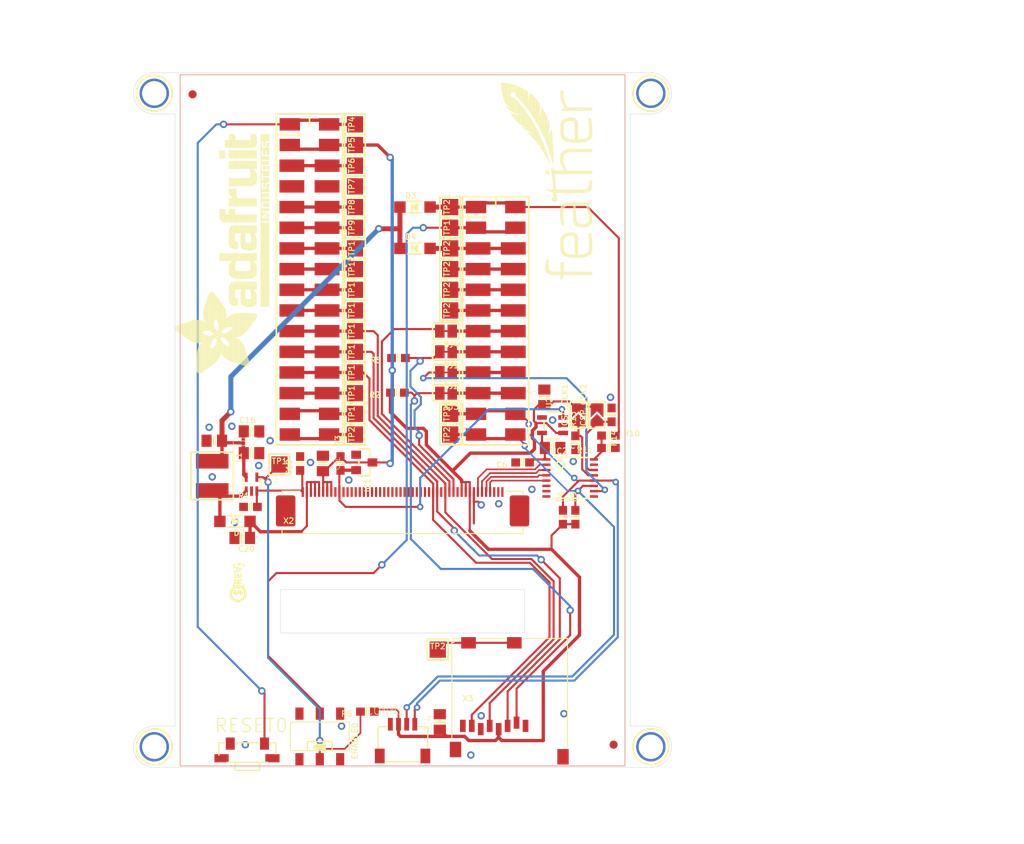
<source format=kicad_pcb>
(kicad_pcb (version 20240108) (generator "pcbnew") (generator_version "8.0")
  (layers (0 "F.Cu" signal) (1 "In1.Cu" signal) (2 "In2.Cu" signal) (3 "In3.Cu" signal) (4 "In4.Cu" signal) (5 "In5.Cu" signal) (6 "In6.Cu" signal) (7 "In7.Cu" signal) (8 "In8.Cu" signal) (9 "In9.Cu" signal) (10 "In10.Cu" signal) (11 "In11.Cu" signal) (12 "In12.Cu" signal) (13 "In13.Cu" signal) (14 "In14.Cu" signal) (31 "B.Cu" signal) (34 "B.Paste" user) (35 "F.Paste" user) (36 "B.SilkS" user "B.Silkscreen") (37 "F.SilkS" user "F.Silkscreen") (38 "B.Mask" user) (39 "F.Mask" user) (44 "Edge.Cuts" user))
  (net 0 "")
  (net 1 "GND")
  (net 2 "SCLK")
  (net 3 "+5V")
  (net 4 "MOSI")
  (net 5 "MISO")
  (net 6 "SD_CS")
  (net 7 "LEDK")
  (net 8 "N$3")
  (net 9 "+24V")
  (net 10 "3.3V")
  (net 11 "~{TFT_RST}")
  (net 12 "LCD_LITE")
  (net 13 "XL")
  (net 14 "XR")
  (net 15 "YU")
  (net 16 "YD")
  (net 17 "TFT_CS")
  (net 18 "TFT_DC")
  (net 19 "~{RESET}")
  (net 20 "VBAT")
  (net 21 "EN")
  (net 22 "USB")
  (net 23 "N")
  (net 24 "M")
  (net 25 "L")
  (net 26 "H")
  (net 27 "SCL")
  (net 28 "SDA")
  (net 29 "G")
  (net 30 "TX")
  (net 31 "RX")
  (net 32 "F")
  (net 33 "E")
  (net 34 "D")
  (net 35 "C")
  (net 36 "B")
  (net 37 "A")
  (net 38 "AREF")
  (net 39 "K")
  (net 40 "J")
  (net 41 "I")
  (net 42 "CARDDET")
  (net 43 "RT_INT")
  (net 44 "ADDR1")
  (net 45 "ADDR0")
  (net 46 "TSC_PWR")
  (net 47 "AUX")
  (footprint "Adafruit 3.5in 480x320 FeatherWing Rev B:PLABEL10" (layer "F.Cu") (at 172.8851 102.2096 90)
    (property "Reference" "PLABEL10" (hide yes))
    (property "Value" "" (hide yes))
  )
  (footprint "Adafruit 3.5in 480x320 FeatherWing Rev B:PLABEL6" (layer "F.Cu") (at 151.9301 96.6216)
    (property "Reference" "PLABEL6" (hide yes))
    (property "Value" "" (hide yes))
  )
  (footprint "Adafruit 3.5in 480x320 FeatherWing Rev B:PLABEL7" (layer "F.Cu") (at 151.9301 99.0346)
    (property "Reference" "PLABEL7" (hide yes))
    (property "Value" "" (hide yes))
  )
  (footprint "Adafruit 3.5in 480x320 FeatherWing Rev B:PLABEL4" (layer "F.Cu") (at 132.7531 113.1316)
    (property "Reference" "PLABEL4" (hide yes))
    (property "Value" "" (hide yes))
  )
  (footprint "Adafruit 3.5in 480x320 FeatherWing Rev B:TESTPOINT_PAD_2MM" (layer "F.Cu") (at 142.6591 94.0816 90)
    (property "Reference" "TP15")
    (property "Value" "")
  )
  (footprint "Adafruit 3.5in 480x320 FeatherWing Rev B:0805-NO" (layer "F.Cu") (at 129.9591 106.4006)
    (property "Reference" "C16")
    (property "Value" "1uF")
  )
  (footprint "Adafruit 3.5in 480x320 FeatherWing Rev B:TESTPOINT_PAD_2MM" (layer "F.Cu") (at 133.3881 110.4646)
    (property "Reference" "TP1")
    (property "Value" "")
  )
  (footprint "Adafruit 3.5in 480x320 FeatherWing Rev B:TESTPOINT_PAD_2MM" (layer "F.Cu") (at 142.6591 96.6216 90)
    (property "Reference" "TP16")
    (property "Value" "")
  )
  (footprint "Adafruit 3.5in 480x320 FeatherWing Rev B:0805-NO" (layer "F.Cu") (at 138.7221 110.3376 90)
    (property "Reference" "C1")
    (property "Value" "1uF")
  )
  (footprint "Adafruit 3.5in 480x320 FeatherWing Rev B:TESTPOINT_PAD_2MM" (layer "F.Cu") (at 154.3431 106.7816 90)
    (property "Reference" "TP27")
    (property "Value" "")
  )
  (footprint "Adafruit 3.5in 480x320 FeatherWing Rev B:0805-NO" (layer "F.Cu") (at 125.3871 107.5436 180)
    (property "Reference" "C5")
    (property "Value" "10uF")
  )
  (footprint "Adafruit 3.5in 480x320 FeatherWing Rev B:SOD-123" (layer "F.Cu") (at 127.9271 117.4496 180)
    (property "Reference" "D2")
    (property "Value" "MBR0540")
  )
  (footprint "Adafruit 3.5in 480x320 FeatherWing Rev B:TESTPOINT_PAD_2MM" (layer "F.Cu") (at 142.6591 68.6816 90)
    (property "Reference" "TP4")
    (property "Value" "")
  )
  (footprint "Adafruit 3.5in 480x320 FeatherWing Rev B:PLABEL8" (layer "F.Cu") (at 151.9301 101.7016)
    (property "Reference" "PLABEL8" (hide yes))
    (property "Value" "" (hide yes))
  )
  (footprint "Adafruit 3.5in 480x320 FeatherWing Rev B:SOLDERJUMPER_ARROW_NOPASTE" (layer "F.Cu") (at 170.0911 104.3686 90)
    (property "Reference" "ICSP_CLK1")
    (property "Value" "A1")
  )
  (footprint "Adafruit 3.5in 480x320 FeatherWing Rev B:TESTPOINT_PAD_2MM" (layer "F.Cu") (at 154.3431 86.4616 90)
    (property "Reference" "TP23")
    (property "Value" "")
  )
  (footprint "Adafruit 3.5in 480x320 FeatherWing Rev B:TESTPOINT_PAD_2MM" (layer "F.Cu") (at 142.6591 83.9216 90)
    (property "Reference" "TP11")
    (property "Value" "")
  )
  (footprint "Adafruit 3.5in 480x320 FeatherWing Rev B:0603-NO" (layer "F.Cu") (at 173.7741 108.4326 180)
    (property "Reference" "R11")
    (property "Value" "100K")
  )
  (footprint "Adafruit 3.5in 480x320 FeatherWing Rev B:0805-NO" (layer "F.Cu") (at 128.8161 119.4816 180)
    (property "Reference" "C20")
    (property "Value" "1uF")
  )
  (footprint "Adafruit 3.5in 480x320 FeatherWing Rev B:TESTPOINT_PAD_2MM" (layer "F.Cu") (at 154.3431 104.2416 90)
    (property "Reference" "TP26")
    (property "Value" "")
  )
  (footprint "Adafruit 3.5in 480x320 FeatherWing Rev B:TESTPOINT_PAD_2MM" (layer "F.Cu") (at 142.6591 73.7616 90)
    (property "Reference" "TP6")
    (property "Value" "")
  )
  (footprint "Adafruit 3.5in 480x320 FeatherWing Rev B:TESTPOINT_PAD_2MM" (layer "F.Cu") (at 154.3431 91.5416 90)
    (property "Reference" "TP25")
    (property "Value" "")
  )
  (footprint "Adafruit 3.5in 480x320 FeatherWing Rev B:FEATHERWING_SMT2" (layer "F.Cu") (at 137.0711 62.3316 -90)
    (property "Reference" "MS2" (hide yes))
    (property "Value" "FEATHERWING_SMTDUAL" (hide yes))
  )
  (footprint "Adafruit 3.5in 480x320 FeatherWing Rev B:FIDUCIAL_1MM" (layer "F.Cu") (at 122.7201 64.9986)
    (property "Reference" "U$23" (hide yes))
    (property "Value" "FIDUCIAL_1MM" (hide yes))
  )
  (footprint "Adafruit 3.5in 480x320 FeatherWing Rev B:PLABEL3" (layer "F.Cu") (at 135.2931 139.8016)
    (property "Reference" "PLABEL3" (hide yes))
    (property "Value" "" (hide yes))
  )
  (footprint "Adafruit 3.5in 480x320 FeatherWing Rev B:FEATHERLOGO" (layer "F.Cu") (at 171.8691 87.8586 90)
    (property "Reference" "U$11" (hide yes))
    (property "Value" "" (hide yes))
  )
  (footprint "Adafruit 3.5in 480x320 FeatherWing Rev B:TESTPOINT_PAD_2MM" (layer "F.Cu") (at 142.6591 104.2416 90)
    (property "Reference" "TP19")
    (property "Value" "")
  )
  (footprint "Adafruit 3.5in 480x320 FeatherWing Rev B:PLABEL11" (layer "F.Cu") (at 170.5991 102.2096 90)
    (property "Reference" "PLABEL11" (hide yes))
    (property "Value" "" (hide yes))
  )
  (footprint "Adafruit 3.5in 480x320 FeatherWing Rev B:TESTPOINT_PAD_2MM" (layer "F.Cu") (at 142.6591 89.0016 90)
    (property "Reference" "TP13")
    (property "Value" "")
  )
  (footprint "Adafruit 3.5in 480x320 FeatherWing Rev B:0603-NO" (layer "F.Cu") (at 169.7101 116.9416 90)
    (property "Reference" "R9")
    (property "Value" "10K")
  )
  (footprint "Adafruit 3.5in 480x320 FeatherWing Rev B:0805-NO" (layer "F.Cu") (at 166.9161 108.4326)
    (property "Reference" "C7")
    (property "Value" "10uF")
  )
  (footprint "Adafruit 3.5in 480x320 FeatherWing Rev B:TESTPOINT_PAD_2MM" (layer "F.Cu") (at 142.6591 86.4616 90)
    (property "Reference" "TP12")
    (property "Value" "")
  )
  (footprint "Adafruit 3.5in 480x320 FeatherWing Rev B:TESTPOINT_PAD_2MM" (layer "F.Cu") (at 142.6591 106.7816 90)
    (property "Reference" "TP20")
    (property "Value" "")
  )
  (footprint "Adafruit 3.5in 480x320 FeatherWing Rev B:PLABEL2" (layer "F.Cu") (at 126.7841 143.7386)
    (property "Reference" "PLABEL2" (hide yes))
    (property "Value" "" (hide yes))
  )
  (footprint "Adafruit 3.5in 480x320 FeatherWing Rev B:EG1390" (layer "F.Cu") (at 138.3411 143.8656 180)
    (property "Reference" "ENABLE0")
    (property "Value" "Slide Switch")
  )
  (footprint "Adafruit 3.5in 480x320 FeatherWing Rev B:TSSOP16" (layer "F.Cu") (at 169.0751 112.1156 -90)
    (property "Reference" "IC2")
    (property "Value" "TSC2007PW")
  )
  (footprint "Adafruit 3.5in 480x320 FeatherWing Rev B:MOUNTINGHOLE_3.0_PLATEDTHIN" (layer "F.Cu") (at 118.0211 145.1356)
    (property "Reference" "U$7" (hide yes))
    (property "Value" "MOUNTINGHOLE3.0THIN" (hide yes))
  )
  (footprint "Adafruit 3.5in 480x320 FeatherWing Rev B:0603-NO" (layer "F.Cu") (at 140.8811 110.3376 90)
    (property "Reference" "R3")
    (property "Value" "10K")
  )
  (footprint "Adafruit 3.5in 480x320 FeatherWing Rev B:SOLDERJUMPER_CLOSEDWIRE" (layer "F.Cu") (at 153.8351 101.7016 180)
    (property "Reference" "SJ3")
    (property "Value" "")
  )
  (footprint "Adafruit 3.5in 480x320 FeatherWing Rev B:TESTPOINT_PAD_2MM" (layer "F.Cu") (at 154.3431 78.8416 90)
    (property "Reference" "TP21")
    (property "Value" "")
  )
  (footprint "Adafruit 3.5in 480x320 FeatherWing Rev B:ADAFRUIT_TEXT_30MM" (layer "F.Cu") (at 132.1181 99.5426 90)
    (property "Reference" "U$19" (hide yes))
    (property "Value" "" (hide yes))
  )
  (footprint "Adafruit 3.5in 480x320 FeatherWing Rev B:SOD-123" (layer "F.Cu") (at 150.0251 78.8416)
    (property "Reference" "D3")
    (property "Value" "MBR0540")
  )
  (footprint "Adafruit 3.5in 480x320 FeatherWing Rev B:0603-NO" (layer "F.Cu") (at 135.9281 110.3376 90)
    (property "Reference" "C18")
    (property "Value" "0.1uF")
  )
  (footprint "Adafruit 3.5in 480x320 FeatherWing Rev B:INDUCTOR_5X5MM_NR5040_NOTHERMALS" (layer "F.Cu") (at 125.1331 111.8616 -90)
    (property "Reference" "L1")
    (property "Value" "6.8uH")
  )
  (footprint "Adafruit 3.5in 480x320 FeatherWing Rev B:0603-NO" (layer "F.Cu") (at 144.1831 140.8176 180)
    (property "Reference" "R6")
    (property "Value" "100K")
  )
  (footprint "Adafruit 3.5in 480x320 FeatherWing Rev B:0603-NO" (layer "F.Cu") (at 168.1861 116.9416 90)
    (property "Reference" "R4")
    (property "Value" "10K")
  )
  (footprint "Adafruit 3.5in 480x320 FeatherWing Rev B:TESTPOINT_PAD_2MM" (layer "F.Cu") (at 152.8191 133.1976)
    (property "Reference" "TP2")
    (property "Value" "")
  )
  (footprint "Adafruit 3.5in 480x320 FeatherWing Rev B:0603-NO" (layer "F.Cu") (at 147.8661 101.6381 180)
    (property "Reference" "R2")
    (property "Value" "100K")
  )
  (footprint "Adafruit 3.5in 480x320 FeatherWing Rev B:TESTPOINT_PAD_2MM" (layer "F.Cu") (at 142.6591 71.2216 90)
    (property "Reference" "TP5")
    (property "Value" "")
  )
  (footprint "Adafruit 3.5in 480x320 FeatherWing Rev B:PLABEL14" (layer "F.Cu") (at 171.1071 146.9136 90)
    (property "Reference" "PLABEL14" (hide yes))
    (property "Value" "" (hide yes))
  )
  (footprint "Adafruit 3.5in 480x320 FeatherWing Rev B:SOD-123" (layer "F.Cu") (at 150.0251 83.9216)
    (property "Reference" "D4")
    (property "Value" "MBR0540")
  )
  (footprint "Adafruit 3.5in 480x320 FeatherWing Rev B:0603-NO" (layer "F.Cu") (at 147.9931 97.3836 180)
    (property "Reference" "R5")
    (property "Value" "100K")
  )
  (footprint "Adafruit 3.5in 480x320 FeatherWing Rev B:MOUNTINGHOLE_3.0_PLATEDTHIN" (layer "F.Cu") (at 118.0211 64.8716)
    (property "Reference" "U$16" (hide yes))
    (property "Value" "MOUNTINGHOLE3.0THIN" (hide yes))
  )
  (footprint "Adafruit 3.5in 480x320 FeatherWing Rev B:TESTPOINT_PAD_2MM" (layer "F.Cu") (at 142.6591 78.8416 90)
    (property "Reference" "TP8")
    (property "Value" "")
  )
  (footprint "Adafruit 3.5in 480x320 FeatherWing Rev B:0805-NO" (layer "F.Cu") (at 129.9591 109.0676)
    (property "Reference" "C2")
    (property "Value" "10uF")
  )
  (footprint "Adafruit 3.5in 480x320 FeatherWing Rev B:PLABEL5" (layer "F.Cu") (at 151.9301 94.0816)
    (property "Reference" "PLABEL5" (hide yes))
    (property "Value" "" (hide yes))
  )
  (footprint "Adafruit 3.5in 480x320 FeatherWing Rev B:SOLDERJUMPER_CLOSEDWIRE" (layer "F.Cu") (at 153.8351 94.0816 180)
    (property "Reference" "SJ4")
    (property "Value" "")
  )
  (footprint "Adafruit 3.5in 480x320 FeatherWing Rev B:0603-NO" (layer "F.Cu") (at 129.8321 115.6716)
    (property "Reference" "R1")
    (property "Value" "8.2 ohm")
  )
  (footprint "Adafruit 3.5in 480x320 FeatherWing Rev B:TESTPOINT_PAD_2MM" (layer "F.Cu") (at 154.3431 81.3816 90)
    (property "Reference" "TP10")
    (property "Value" "")
  )
  (footprint "Adafruit 3.5in 480x320 FeatherWing Rev B:MOUNTINGHOLE_3.0_PLATEDTHIN" (layer "F.Cu") (at 178.9811 64.8716)
    (property "Reference" "U$17" (hide yes))
    (property "Value" "MOUNTINGHOLE3.0THIN" (hide yes))
  )
  (footprint "Adafruit 3.5in 480x320 FeatherWing Rev B:PLABEL1" (layer "F.Cu") (at 134.4041 145.0086 90)
    (property "Reference" "PLABEL1" (hide yes))
    (property "Value" "" (hide yes))
  )
  (footprint "Adafruit 3.5in 480x320 FeatherWing Rev B:0603-NO" (layer "F.Cu") (at 169.7101 107.7976 90)
    (property "Reference" "R13")
    (property "Value" "10K")
  )
  (footprint "Adafruit 3.5in 480x320 FeatherWing Rev B:PLABEL15" (layer "F.Cu") (at 145.7071 141.0716)
    (property "Reference" "PLABEL15" (hide yes))
    (property "Value" "" (hide yes))
  )
  (footprint "Adafruit 3.5in 480x320 FeatherWing Rev B:SOT23-WIDE" (layer "F.Cu") (at 143.8021 110.2106 -90)
    (property "Reference" "IC1")
    (property "Value" "RESET_SUPERVISORAPX80X_SA")
  )
  (footprint "Adafruit 3.5in 480x320 FeatherWing Rev B:PCBFEAT-REV-040" (layer "F.Cu") (at 128.3081 126.3396 90)
    (property "Reference" "U$37" (hide yes))
    (property "Value" "" (hide yes))
  )
  (footprint "Adafruit 3.5in 480x320 FeatherWing Rev B:SOT23-5" (layer "F.Cu") (at 166.9161 105.6386 90)
    (property "Reference" "U2")
    (property "Value" "AP2127K-3.3")
  )
  (footprint "Adafruit 3.5in 480x320 FeatherWing Rev B:SC70-5" (layer "F.Cu") (at 129.9591 112.8776)
    (property "Reference" "U3")
    (property "Value" "TPS61169")
  )
  (footprint "Adafruit 3.5in 480x320 FeatherWing Rev B:PLABEL12" (layer "F.Cu") (at 154.2161 135.4836)
    (property "Reference" "PLABEL12" (hide yes))
    (property "Value" "" (hide yes))
  )
  (footprint "Adafruit 3.5in 480x320 FeatherWing Rev B:SPST_TACTILE_RA" (layer "F.Cu") (at 129.4511 145.6436 180)
    (property "Reference" "RESET0")
    (property "Value" "SPST_RA" (hide yes))
  )
  (footprint "Adafruit 3.5in 480x320 FeatherWing Rev B:FIDUCIAL_1MM" (layer "F.Cu") (at 174.4091 144.8816)
    (property "Reference" "U$9" (hide yes))
    (property "Value" "FIDUCIAL_1MM" (hide yes))
  )
  (footprint "Adafruit 3.5in 480x320 FeatherWing Rev B:TESTPOINT_PAD_2MM" (layer "F.Cu") (at 142.6591 91.5416 90)
    (property "Reference" "TP14")
    (property "Value" "")
  )
  (footprint "Adafruit 3.5in 480x320 FeatherWing Rev B:0603-NO" (layer "F.Cu") (at 174.1551 104.3686 -90)
    (property "Reference" "R14")
    (property "Value" "10K")
  )
  (footprint "Adafruit 3.5in 480x320 FeatherWing Rev B:TESTPOINT_PAD_2MM" (layer "F.Cu") (at 142.6591 99.1616 90)
    (property "Reference" "TP17")
    (property "Value" "")
  )
  (footprint "Adafruit 3.5in 480x320 FeatherWing Rev B:TESTPOINT_PAD_2MM" (layer "F.Cu") (at 154.3431 89.0016 90)
    (property "Reference" "TP24")
    (property "Value" "")
  )
  (footprint "Adafruit 3.5in 480x320 FeatherWing Rev B:TESTPOINT_PAD_2MM" (layer "F.Cu") (at 142.6591 81.3816 90)
    (property "Reference" "TP9")
    (property "Value" "")
  )
  (footprint "Adafruit 3.5in 480x320 FeatherWing Rev B:0805-NO" (layer "F.Cu") (at 153.0731 142.0876 90)
    (property "Reference" "C4")
    (property "Value" "10uF")
  )
  (footprint "Adafruit 3.5in 480x320 FeatherWing Rev B:SOLDERJUMPER_CLOSEDWIRE" (layer "F.Cu") (at 153.8351 99.1616 180)
    (property "Reference" "SJ2")
    (property "Value" "")
  )
  (footprint "Adafruit 3.5in 480x320 FeatherWing Rev B:0603-NO" (layer "F.Cu") (at 163.2331 110.2106 180)
    (property "Reference" "C6")
    (property "Value" "0.1uF")
  )
  (footprint "Adafruit 3.5in 480x320 FeatherWing Rev B:TESTPOINT_PAD_2MM" (layer "F.Cu") (at 154.3431 83.9216 90)
    (property "Reference" "TP22")
    (property "Value" "")
  )
  (footprint "Adafruit 3.5in 480x320 FeatherWing Rev B:TESTPOINT_PAD_2MM" (layer "F.Cu") (at 142.6591 101.7016 90)
    (property "Reference" "TP18")
    (property "Value" "")
  )
  (footprint "Adafruit 3.5in 480x320 FeatherWing Rev B:TESTPOINT_PAD_2MM" (layer "F.Cu") (at 142.6591 76.3016 90)
    (property "Reference" "TP7")
    (property "Value" "")
  )
  (footprint "Adafruit 3.5in 480x320 FeatherWing Rev B:SOLDERJUMPER_CLOSEDWIRE" (layer "F.Cu") (at 153.8351 96.6216 180)
    (property "Reference" "SJ1")
    (property "Value" "")
  )
  (footprint "Adafruit 3.5in 480x320 FeatherWing Rev B:PLABEL0" (layer "F.Cu") (at 143.6751 144.7546 90)
    (property "Reference" "PLABEL0" (hide yes))
    (property "Value" "" (hide yes))
  )
  (footprint "Adafruit 3.5in 480x320 FeatherWing Rev B:PLABEL13" (layer "F.Cu") (at 175.1711 133.1976 90)
    (property "Reference" "PLABEL13" (hide yes))
    (property "Value" "" (hide yes))
  )
  (footprint "Adafruit 3.5in 480x320 FeatherWing Rev B:0603-NO" (layer "F.Cu") (at 173.7741 106.9086)
    (property "Reference" "R10")
    (property "Value" "100K")
  )
  (footprint "Adafruit 3.5in 480x320 FeatherWing Rev B:SOLDERJUMPER_ARROW_NOPASTE" (layer "F.Cu") (at 172.3771 104.3686 90)
    (property "Reference" "ICSP_CLK2")
    (property "Value" "A0")
  )
  (footprint "Adafruit 3.5in 480x320 FeatherWing Rev B:MOUNTINGHOLE_3.0_PLATEDTHIN" (layer "F.Cu") (at 178.9811 145.1356)
    (property "Reference" "U$15" (hide yes))
    (property "Value" "MOUNTINGHOLE3.0THIN" (hide yes))
  )
  (footprint "Adafruit 3.5in 480x320 FeatherWing Rev B:0805-NO" (layer "F.Cu") (at 165.9001 102.2096 90)
    (property "Reference" "C3")
    (property "Value" "10uF")
  )
  (footprint "Adafruit 3.5in 480x320 FeatherWing Rev B:MICROSD" (layer "F.Cu") (at 161.8361 139.4206)
    (property "Reference" "X3")
    (property "Value" "MicroSD")
  )
  (footprint "Adafruit 3.5in 480x320 FeatherWing Rev B:JST_SH4" (layer "F.Cu") (at 148.5011 144.3736)
    (property "Reference" "CONN1")
    (property "Value" "STEMMA_I2C_QT" (hide yes))
  )
  (footprint "Adafruit 3.5in 480x320 FeatherWing Rev B:PLABEL9" (layer "F.Cu") (at 124.1171 129.8956 90)
    (property "Reference" "PLABEL9" (hide yes))
    (property "Value" "" (hide yes))
  )
  (footprint "Adafruit 3.5in 480x320 FeatherWing Rev B:TFT_3.5IN_320X480_50PIN" (layer "B.Cu") (at 148.5011 114.9096 180)
    (property "Reference" "X2")
    (property "Value" "3.5\" TFT")
  )
  (gr_arc (start 178.9811 62.3316) (mid 180.777151 63.075549) (end 181.5211 64.8716) (stroke (width 0.05)) (layer "Edge.Cuts"))
  (gr_line (start 118.0211 62.3316) (end 178.9811 62.3316) (stroke (width 0.05)) (layer "Edge.Cuts"))
  (gr_line (start 118.0211 147.6756) (end 178.9811 147.6756) (stroke (width 0.05)) (layer "Edge.Cuts"))
  (gr_arc (start 115.4811 64.8716) (mid 116.225049 63.075549) (end 118.0211 62.3316) (stroke (width 0.05)) (layer "Edge.Cuts"))
  (gr_line (start 133.5151 125.8316) (end 133.5151 131.1656) (stroke (width 0.05)) (layer "Edge.Cuts"))
  (gr_line (start 163.4871 125.8316) (end 133.5151 125.8316) (stroke (width 0.05)) (layer "Edge.Cuts"))
  (gr_arc (start 118.0211 147.6756) (mid 116.225049 146.931651) (end 115.4811 145.1356) (stroke (width 0.05)) (layer "Edge.Cuts"))
  (gr_line (start 178.9811 67.4116) (end 176.4411 67.4116) (stroke (width 0.05)) (layer "Edge.Cuts"))
  (gr_arc (start 178.9811 142.5956) (mid 180.777151 143.339549) (end 181.5211 145.1356) (stroke (width 0.05)) (layer "Edge.Cuts"))
  (gr_arc (start 115.4811 145.1356) (mid 116.225049 143.339549) (end 118.0211 142.5956) (stroke (width 0.05)) (layer "Edge.Cuts"))
  (gr_line (start 133.5151 131.1656) (end 163.4871 131.1656) (stroke (width 0.05)) (layer "Edge.Cuts"))
  (gr_arc (start 181.5211 145.1356) (mid 180.777151 146.931651) (end 178.9811 147.6756) (stroke (width 0.05)) (layer "Edge.Cuts"))
  (gr_line (start 163.4871 131.1656) (end 163.4871 125.8316) (stroke (width 0.05)) (layer "Edge.Cuts"))
  (gr_line (start 118.0211 67.4116) (end 120.5611 67.4116) (stroke (width 0.05)) (layer "Edge.Cuts"))
  (gr_line (start 120.5611 67.4116) (end 120.5611 142.5956) (stroke (width 0.05)) (layer "Edge.Cuts"))
  (gr_line (start 120.5611 142.5956) (end 118.0211 142.5956) (stroke (width 0.05)) (layer "Edge.Cuts"))
  (gr_arc (start 181.5211 64.8716) (mid 180.777151 66.667651) (end 178.9811 67.4116) (stroke (width 0.05)) (layer "Edge.Cuts"))
  (gr_line (start 176.4411 142.5956) (end 176.4411 67.4116) (stroke (width 0.05)) (layer "Edge.Cuts"))
  (gr_line (start 178.9811 142.5956) (end 176.4411 142.5956) (stroke (width 0.05)) (layer "Edge.Cuts"))
  (gr_arc (start 118.0211 67.4116) (mid 116.225049 66.667651) (end 115.4811 64.8716) (stroke (width 0.05)) (layer "Edge.Cuts"))
  (segment (start 157.7591 115.0236) (end 158.1531 115.4176) (width 0.254) (layer "F.Cu") (net 1))
  (segment (start 157.2511 113.8436) (end 157.2511 117.7036) (width 0.254) (layer "F.Cu") (net 1))
  (segment (start 157.2511 113.8436) (end 157.2511 115.0236) (width 0.254) (layer "F.Cu") (net 1))
  (segment (start 157.2511 115.0236) (end 157.7591 115.0236) (width 0.254) (layer "F.Cu") (net 1))
  (via (at 132.2451 107.5436) (size 0.9064) (drill 0.5) (layers "F.Cu" "B.Cu") (net 1))
  (via (at 158.1531 141.3256) (size 0.9064) (drill 0.5) (layers "F.Cu" "B.Cu") (net 1))
  (via (at 168.3131 141.0716) (size 0.9064) (drill 0.5) (layers "F.Cu" "B.Cu") (net 1))
  (via (at 137.1981 110.2106) (size 0.9064) (drill 0.5) (layers "F.Cu" "B.Cu") (net 1))
  (via (at 127.9271 117.5766) (size 0.9064) (drill 0.5) (layers "F.Cu" "B.Cu") (net 1))
  (via (at 160.3121 115.2906) (size 0.9064) (drill 0.5) (layers "F.Cu" "B.Cu") (net 1))
  (via (at 169.4561 110.0836) (size 0.9064) (drill 0.5) (layers "F.Cu" "B.Cu") (net 1))
  (via (at 129.1971 144.8816) (size 0.9064) (drill 0.5) (layers "F.Cu" "B.Cu") (net 1))
  (via (at 130.8481 110.5916) (size 0.9064) (drill 0.5) (layers "F.Cu" "B.Cu") (net 1))
  (via (at 125.1331 111.9886) (size 0.9064) (drill 0.5) (layers "F.Cu" "B.Cu") (net 1))
  (via (at 156.8831 146.1516) (size 0.9064) (drill 0.5) (layers "F.Cu" "B.Cu") (net 1))
  (via (at 164.3761 113.5126) (size 0.9064) (drill 0.5) (layers "F.Cu" "B.Cu") (net 1))
  (via (at 166.9161 105.0036) (size 0.9064) (drill 0.5) (layers "F.Cu" "B.Cu") (net 1))
  (via (at 127.5461 105.7656) (size 0.9064) (drill 0.5) (layers "F.Cu" "B.Cu") (net 1))
  (via (at 174.0281 102.2096) (size 0.9064) (drill 0.5) (layers "F.Cu" "B.Cu") (net 1))
  (via (at 158.1531 115.4176) (size 0.9064) (drill 0.5) (layers "F.Cu" "B.Cu") (net 1))
  (via (at 141.8971 112.3696) (size 0.9064) (drill 0.5) (layers "F.Cu" "B.Cu") (net 1))
  (via (at 141.0081 142.5956) (size 0.9064) (drill 0.5) (layers "F.Cu" "B.Cu") (net 1))
  (via (at 124.7521 105.8926) (size 0.9064) (drill 0.5) (layers "F.Cu" "B.Cu") (net 1))
  (segment (start 167.0431 124.804018) (end 164.311481 122.0724) (width 0.254) (layer "F.Cu") (net 2))
  (segment (start 164.311481 122.0724) (end 159.4739 122.0724) (width 0.254) (layer "F.Cu") (net 2))
  (segment (start 153.7511 112.7936) (end 153.7511 113.8436) (width 0.254) (layer "F.Cu") (net 2))
  (segment (start 145.4531 94.5896) (end 145.4531 104.4956) (width 0.254) (layer "F.Cu") (net 2))
  (segment (start 159.1971 139.7736) (end 167.0431 131.9276) (width 0.254) (layer "F.Cu") (net 2))
  (segment (start 153.7511 116.3496) (end 153.7511 113.8436) (width 0.254) (layer "F.Cu") (net 2))
  (segment (start 144.9451 94.0816) (end 145.4531 94.5896) (width 0.254) (layer "F.Cu") (net 2))
  (segment (start 142.6591 94.0816) (end 139.2301 94.0816) (width 0.4064) (layer "F.Cu") (net 2))
  (segment (start 159.1971 139.7736) (end 159.1971 142.5676) (width 0.254) (layer "F.Cu") (net 2))
  (segment (start 145.4531 104.4956) (end 153.7511 112.7936) (width 0.254) (layer "F.Cu") (net 2))
  (segment (start 139.2301 94.0816) (end 134.9121 94.0816) (width 0.4064) (layer "F.Cu") (net 2))
  (segment (start 142.6591 94.0816) (end 144.9451 94.0816) (width 0.254) (layer "F.Cu") (net 2))
  (segment (start 167.0431 131.9276) (end 167.0431 124.804018) (width 0.254) (layer "F.Cu") (net 2))
  (segment (start 159.4739 122.0724) (end 153.7511 116.3496) (width 0.254) (layer "F.Cu") (net 2))
  (segment (start 128.9431 109.0676) (end 129.0091 109.0676) (width 0.4064) (layer "F.Cu") (net 3))
  (segment (start 126.3371 105.0696) (end 126.3371 107.5436) (width 0.6096) (layer "F.Cu") (net 3))
  (segment (start 128.9431 106.4666) (end 129.0091 106.4006) (width 0.4064) (layer "F.Cu") (net 3))
  (segment (start 128.9431 107.7976) (end 128.9431 106.4666) (width 0.4064) (layer "F.Cu") (net 3))
  (segment (start 126.3371 107.5436) (end 126.3371 107.7976) (width 0.4064) (layer "F.Cu") (net 3))
  (segment (start 148.1751 81.5086) (end 148.1751 78.8416) (width 0.6096) (layer "F.Cu") (net 3))
  (segment (start 148.1751 83.9216) (end 148.1751 81.5086) (width 0.6096) (layer "F.Cu") (net 3))
  (segment (start 148.1751 81.5086) (end 145.5801 81.5086) (width 0.6096) (layer "F.Cu") (net 3))
  (segment (start 126.3371 107.7976) (end 128.9431 107.7976) (width 0.4064) (layer "F.Cu") (net 3))
  (segment (start 129.0091 111.7276) (end 129.3091 112.0276) (width 0.4064) (layer "F.Cu") (net 3))
  (segment (start 126.3371 110.0616) (end 125.1331 110.0616) (width 0.4064) (layer "F.Cu") (net 3))
  (segment (start 128.9431 107.7976) (end 128.9431 109.0676) (width 0.4064) (layer "F.Cu") (net 3))
  (segment (start 126.3371 107.5436) (end 126.3371 110.0616) (width 0.4064) (layer "F.Cu") (net 3))
  (segment (start 127.4191 103.9876) (end 126.3371 105.0696) (width 0.6096) (layer "F.Cu") (net 3))
  (segment (start 129.0091 109.0676) (end 129.0091 111.7276) (width 0.4064) (layer "F.Cu") (net 3))
  (via (at 127.4191 103.9876) (size 0.9064) (drill 0.5) (layers "F.Cu" "B.Cu") (net 3))
  (via (at 145.5801 81.5086) (size 0.9064) (drill 0.5) (layers "F.Cu" "B.Cu") (net 3))
  (segment (start 145.5801 81.5086) (end 127.4191 99.6696) (width 0.6096) (layer "B.Cu") (net 3))
  (segment (start 127.4191 99.6696) (end 127.4191 103.9876) (width 0.6096) (layer "B.Cu") (net 3))
  (segment (start 142.6591 96.6216) (end 139.2301 96.6216) (width 0.4064) (layer "F.Cu") (net 4))
  (segment (start 144.9451 96.8756) (end 144.9451 104.7496) (width 0.254) (layer "F.Cu") (net 4))
  (segment (start 144.9451 104.7496) (end 152.7511 112.5556) (width 0.254) (layer "F.Cu") (net 4))
  (segment (start 165.5191 122.1486) (end 167.8051 124.4346) (width 0.254) (layer "F.Cu") (net 4))
  (segment (start 161.3971 138.3356) (end 167.8051 131.9276) (width 0.254) (layer "F.Cu") (net 4))
  (segment (start 154.8511 118.5926) (end 154.8511 118.3386) (width 0.254) (layer "F.Cu") (net 4))
  (segment (start 154.8511 118.3386) (end 152.7511 116.2386) (width 0.254) (layer "F.Cu") (net 4))
  (segment (start 142.6591 96.6216) (end 144.6911 96.6216) (width 0.254) (layer "F.Cu") (net 4))
  (segment (start 152.7511 112.5556) (end 152.7511 113.8436) (width 0.254) (layer "F.Cu") (net 4))
  (segment (start 167.8051 124.4346) (end 167.8051 131.9276) (width 0.254) (layer "F.Cu") (net 4))
  (segment (start 161.3971 142.5676) (end 161.3971 138.3356) (width 0.254) (layer "F.Cu") (net 4))
  (segment (start 144.6911 96.6216) (end 144.9451 96.8756) (width 0.254) (layer "F.Cu") (net 4))
  (segment (start 139.2301 96.6216) (end 134.9121 96.6216) (width 0.4064) (layer "F.Cu") (net 4))
  (segment (start 152.7511 113.8436) (end 152.7511 116.2386) (width 0.254) (layer "F.Cu") (net 4))
  (via (at 165.5191 122.1486) (size 0.9064) (drill 0.5) (layers "F.Cu" "B.Cu") (net 4))
  (via (at 154.8511 118.5926) (size 0.9064) (drill 0.5) (layers "F.Cu" "B.Cu") (net 4))
  (segment (start 165.5191 122.1486) (end 165.0111 121.6406) (width 0.254) (layer "B.Cu") (net 4))
  (segment (start 157.8991 121.6406) (end 154.8511 118.5926) (width 0.254) (layer "B.Cu") (net 4))
  (segment (start 165.0111 121.6406) (end 157.8991 121.6406) (width 0.254) (layer "B.Cu") (net 4))
  (segment (start 143.6751 99.1616) (end 144.4371 99.9236) (width 0.254) (layer "F.Cu") (net 5))
  (segment (start 142.6591 99.1616) (end 139.2301 99.1616) (width 0.4064) (layer "F.Cu") (net 5))
  (segment (start 166.5351 124.9426) (end 164.1221 122.5296) (width 0.254) (layer "F.Cu") (net 5))
  (segment (start 156.9971 141.2116) (end 166.5351 131.6736) (width 0.254) (layer "F.Cu") (net 5))
  (segment (start 157.5181 122.5296) (end 152.2511 117.2626) (width 0.254) (layer "F.Cu") (net 5))
  (segment (start 164.1221 122.5296) (end 157.5181 122.5296) (width 0.254) (layer "F.Cu") (net 5))
  (segment (start 156.9971 142.5676) (end 156.9971 141.2116) (width 0.254) (layer "F.Cu") (net 5))
  (segment (start 166.5351 131.6736) (end 166.5351 124.9426) (width 0.254) (layer "F.Cu") (net 5))
  (segment (start 152.2611 113.8336) (end 152.2511 113.8436) (width 0.254) (layer "F.Cu") (net 5))
  (segment (start 152.2511 117.2626) (end 152.2511 113.8436) (width 0.254) (layer "F.Cu") (net 5))
  (segment (start 144.4371 105.0036) (end 152.2611 112.8276) (width 0.254) (layer "F.Cu") (net 5))
  (segment (start 142.6591 99.1616) (end 143.6751 99.1616) (width 0.254) (layer "F.Cu") (net 5))
  (segment (start 139.2301 99.1616) (end 134.9121 99.1616) (width 0.4064) (layer "F.Cu") (net 5))
  (segment (start 144.4371 99.9236) (end 144.4371 105.0036) (width 0.254) (layer "F.Cu") (net 5))
  (segment (start 152.2611 112.8276) (end 152.2611 113.8336) (width 0.254) (layer "F.Cu") (net 5))
  (segment (start 153.0731 101.7016) (end 150.2791 101.7016) (width 0.254) (layer "F.Cu") (net 6))
  (segment (start 148.7161 101.6381) (end 149.6051 101.6381) (width 0.254) (layer "F.Cu") (net 6))
  (segment (start 162.4971 142.1676) (end 162.4971 137.9976) (width 0.254) (layer "F.Cu") (net 6))
  (segment (start 150.2791 101.7016) (end 149.9616 102.0191) (width 0.254) (layer "F.Cu") (net 6))
  (segment (start 149.9616 102.6541) (end 149.9616 102.0191) (width 0.254) (layer "F.Cu") (net 6))
  (segment (start 149.9616 102.6541) (end 149.9616 101.9946) (width 0.254) (layer "F.Cu") (net 6))
  (segment (start 162.4971 137.9976) (end 169.0751 131.4196) (width 0.254) (layer "F.Cu") (net 6))
  (segment (start 149.9616 101.9946) (end 149.6051 101.6381) (width 0.254) (layer "F.Cu") (net 6))
  (segment (start 169.0751 131.4196) (end 169.0751 128.3716) (width 0.254) (layer "F.Cu") (net 6))
  (via (at 169.0751 128.3716) (size 0.9064) (drill 0.5) (layers "F.Cu" "B.Cu") (net 6))
  (via (at 149.9616 102.6541) (size 0.9064) (drill 0.5) (layers "F.Cu" "B.Cu") (net 6))
  (segment (start 149.5171 103.0986) (end 149.9616 102.6541) (width 0.254) (layer "B.Cu") (net 6))
  (segment (start 164.5031 123.2916) (end 153.2001 123.2916) (width 0.254) (layer "B.Cu") (net 6))
  (segment (start 149.5171 119.6086) (end 149.5171 103.0986) (width 0.254) (layer "B.Cu") (net 6))
  (segment (start 153.2001 123.2916) (end 149.5171 119.6086) (width 0.254) (layer "B.Cu") (net 6))
  (segment (start 169.0751 127.8636) (end 164.5031 123.2916) (width 0.254) (layer "B.Cu") (net 6))
  (segment (start 169.0751 128.3716) (end 169.0751 127.8636) (width 0.254) (layer "B.Cu") (net 6))
  (segment (start 130.6091 113.7276) (end 130.6091 115.5986) (width 0.254) (layer "F.Cu") (net 7))
  (segment (start 136.1931 111.6846) (end 136.1931 113.7856) (width 0.254) (layer "F.Cu") (net 7))
  (segment (start 135.9281 111.1876) (end 135.9281 111.4196) (width 0.254) (layer "F.Cu") (net 7))
  (segment (start 136.1931 113.7856) (end 136.2511 113.8436) (width 0.254) (layer "F.Cu") (net 7))
  (segment (start 136.0772 113.6697) (end 136.2511 113.8436) (width 0.254) (layer "F.Cu") (net 7))
  (segment (start 130.6091 113.7276) (end 130.667 113.6697) (width 0.254) (layer "F.Cu") (net 7))
  (segment (start 136.0772 113.6697) (end 130.667 113.6697) (width 0.254) (layer "F.Cu") (net 7))
  (segment (start 130.6091 115.5986) (end 130.6821 115.6716) (width 0.254) (layer "F.Cu") (net 7))
  (segment (start 136.1931 111.6846) (end 135.9281 111.4196) (width 0.254) (layer "F.Cu") (net 7))
  (segment (start 126.0771 114.3516) (end 126.0771 117.4496) (width 0.4064) (layer "F.Cu") (net 8))
  (segment (start 126.0771 114.3516) (end 125.8231 114.3516) (width 0.4064) (layer "F.Cu") (net 8))
  (segment (start 128.6851 114.3516) (end 126.0771 114.3516) (width 0.4064) (layer "F.Cu") (net 8))
  (segment (start 129.3091 113.7276) (end 128.6851 114.3516) (width 0.4064) (layer "F.Cu") (net 8))
  (segment (start 125.1331 113.6616) (end 125.8231 114.3516) (width 0.4064) (layer "F.Cu") (net 8))
  (segment (start 131.0471 118.7196) (end 129.7771 117.4496) (width 0.4064) (layer "F.Cu") (net 9))
  (segment (start 136.7511 112.6236) (end 137.2511 112.6236) (width 0.254) (layer "F.Cu") (net 9))
  (segment (start 137.2511 113.8436) (end 137.2511 112.6236) (width 0.254) (layer "F.Cu") (net 9))
  (segment (start 138.2511 113.8436) (end 138.2511 112.6236) (width 0.254) (layer "F.Cu") (net 9))
  (segment (start 136.0551 118.7196) (end 131.0471 118.7196) (width 0.4064) (layer "F.Cu") (net 9))
  (segment (start 129.7771 119.4706) (end 129.7661 119.4816) (width 0.4064) (layer "F.Cu") (net 9))
  (segment (start 138.2511 112.6236) (end 137.7511 112.6236) (width 0.254) (layer "F.Cu") (net 9))
  (segment (start 136.7511 118.0236) (end 136.0551 118.7196) (width 0.254) (layer "F.Cu") (net 9))
  (segment (start 137.7511 113.8436) (end 137.7511 112.6236) (width 0.254) (layer "F.Cu") (net 9))
  (segment (start 136.7511 113.8436) (end 136.7511 118.0236) (width 0.254) (layer "F.Cu") (net 9))
  (segment (start 137.2511 112.6236) (end 137.7511 112.6236) (width 0.254) (layer "F.Cu") (net 9))
  (segment (start 136.7511 113.8436) (end 136.7511 112.6236) (width 0.254) (layer "F.Cu") (net 9))
  (segment (start 129.7771 117.4496) (end 129.7771 119.4706) (width 0.4064) (layer "F.Cu") (net 9))
  (segment (start 167.0431 102.7176) (end 166.6011 103.1596) (width 0.254) (layer "F.Cu") (net 10))
  (segment (start 134.6581 71.2216) (end 135.1661 71.7296) (width 0.4064) (layer "F.Cu") (net 10))
  (segment (start 147.2311 101.4231) (end 147.0161 101.6381) (width 0.4064) (layer "F.Cu") (net 10))
  (segment (start 154.62885 111.25835) (end 151.4221 108.0516) (width 0.4064) (layer "F.Cu") (net 10))
  (segment (start 164.4396 106.315263) (end 164.8841 105.870763) (width 0.4064) (layer "F.Cu") (net 10))
  (segment (start 140.7151 109.4876) (end 140.8811 109.4876) (width 0.254) (layer "F.Cu") (net 10))
  (segment (start 145.0331 140.8176) (end 145.2871 140.5636) (width 0.2032) (layer "F.Cu") (net 10))
  (segment (start 169.5831 103.3526) (end 168.9481 102.7176) (width 0.254) (layer "F.Cu") (net 10))
  (segment (start 166.7891 119.1886) (end 168.1861 117.7916) (width 0.254) (layer "F.Cu") (net 10))
  (segment (start 165.9001 103.1596) (end 166.6011 103.1596) (width 0.254) (layer "F.Cu") (net 10))
  (segment (start 139.2511 112.6236) (end 138.7511 112.6236) (width 0.254) (layer "F.Cu") (net 10))
  (segment (start 138.9151 111.2876) (end 140.7151 109.4876) (width 0.254) (layer "F.Cu") (net 10))
  (segment (start 164.6301 103.7336) (end 165.2041 103.1596) (width 0.254) (layer "F.Cu") (net 10))
  (segment (start 155.7511 112.6236) (end 156.2511 112.6236) (width 0.254) (layer "F.Cu") (net 10))
  (segment (start 135.1661 71.7296) (end 138.8491 71.7296) (width 0.4064) (layer "F.Cu") (net 10))
  (segment (start 156.1211 143.8656) (end 156.6291 144.3736) (width 0.4064) (layer "F.Cu") (net 10))
  (segment (start 156.8196 109.0676) (end 164.1856 109.0676) (width 0.4064) (layer "F.Cu") (net 10))
  (segment (start 146.8501 110.2106) (end 146.9771 110.3376) (width 0.254) (layer "F.Cu") (net 10))
  (segment (start 165.7731 144.3736) (end 165.7731 135.8646) (width 0.4064) (layer "F.Cu") (net 10))
  (segment (start 169.7101 117.7916) (end 168.1861 117.7916) (width 0.254) (layer "F.Cu") (net 10))
  (segment (start 155.7511 113.8436) (end 155.7511 112.6236) (width 0.254) (layer "F.Cu") (net 10))
  (segment (start 138.7221 111.2876) (end 138.9151 111.2876) (width 0.254) (layer "F.Cu") (net 10))
  (segment (start 140.8811 109.4876) (end 141.6041 110.2106) (width 0.254) (layer "F.Cu") (net 10))
  (segment (start 148.0011 140.8256) (end 148.0011 142.3676) (width 0.2032) (layer "F.Cu") (net 10))
  (segment (start 155.7511 112.6236) (end 155.7511 112.3806) (width 0.4064) (layer "F.Cu") (net 10))
  (segment (start 164.1856 109.0676) (end 164.6936 108.5596) (width 0.4064) (layer "F.Cu") (net 10))
  (segment (start 156.7511 112.6236) (end 156.7511 113.8436) (width 0.254) (layer "F.Cu") (net 10))
  (segment (start 151.4221 108.0516) (end 151.4221 106.4006) (width 0.4064) (layer "F.Cu") (net 10))
  (segment (start 165.2041 103.1596) (end 165.9001 103.1596) (width 0.254) (layer "F.Cu") (net 10))
  (segment (start 154.62885 111.25835) (end 156.8196 109.0676) (width 0.4064) (layer "F.Cu") (net 10))
  (segment (start 139.7511 112.6236) (end 139.2511 112.6236) (width 0.254) (layer "F.Cu") (net 10))
  (segment (start 156.2511 112.6236) (end 156.7511 112.6236) (width 0.254) (layer "F.Cu") (net 10))
  (segment (start 165.7731 135.8646) (end 170.2181 131.4196) (width 0.4064) (layer "F.Cu") (net 10))
  (segment (start 156.7511 118.5876) (end 156.7511 113.8436) (width 0.254) (layer "F.Cu") (net 10))
  (segment (start 170.0911 103.3526) (end 172.3771 103.3526) (width 0.254) (layer "F.Cu") (net 10))
  (segment (start 168.9481 102.7176) (end 167.0431 102.7176) (width 0.254) (layer "F.Cu") (net 10))
  (segment (start 147.7391 140.5636) (end 148.0011 140.8256) (width 0.2032) (layer "F.Cu") (net 10))
  (segment (start 149.0091 106.0196) (end 147.0161 104.0266) (width 0.4064) (layer "F.Cu") (net 10))
  (segment (start 164.6936 108.5596) (end 164.6936 107.4801) (width 0.4064) (layer "F.Cu") (net 10))
  (segment (start 144.8021 110.2106) (end 141.6041 110.2106) (width 0.254) (layer "F.Cu") (net 10))
  (segment (start 144.8021 110.2106) (end 146.8501 110.2106) (width 0.254) (layer "F.Cu") (net 10))
  (segment (start 138.7511 112.6236) (end 138.7511 113.8436) (width 0.254) (layer "F.Cu") (net 10))
  (segment (start 145.4531 71.2216) (end 146.9771 72.7456) (width 0.4064) (layer "F.Cu") (net 10))
  (segment (start 147.2311 97.4716) (end 147.1431 97.3836) (width 0.4064) (layer "F.Cu") (net 10))
  (segment (start 156.1211 143.8656) (end 153.9011 143.8656) (width 0.4064) (layer "F.Cu") (net 10))
  (segment (start 148.2471 143.8656) (end 153.9011 143.8656) (width 0.4064) (layer "F.Cu") (net 10))
  (segment (start 151.0411 106.0196) (end 149.0091 106.0196) (width 0.4064) (layer "F.Cu") (net 10))
  (segment (start 142.6591 71.2216) (end 139.4841 71.2216) (width 0.4064) (layer "F.Cu") (net 10))
  (segment (start 166.7891 120.8786) (end 159.0421 120.8786) (width 0.4064) (layer "F.Cu") (net 10))
  (segment (start 167.3581 106.5886) (end 166.1541 105.3846) (width 0.254) (layer "F.Cu") (net 10))
  (segment (start 164.4396 107.2261) (end 164.4396 106.315263) (width 0.4064) (layer "F.Cu") (net 10))
  (segment (start 156.2511 113.8436) (end 156.2511 112.6236) (width 0.254) (layer "F.Cu") (net 10))
  (segment (start 164.6301 105.1306) (end 164.6301 103.7336) (width 0.254) (layer "F.Cu") (net 10))
  (segment (start 147.0161 104.0266) (end 147.0161 101.6381) (width 0.4064) (layer "F.Cu") (net 10))
  (segment (start 139.2511 113.8436) (end 139.2511 112.6236) (width 0.254) (layer "F.Cu") (net 10))
  (segment (start 170.2181 124.3076) (end 166.7891 120.8786) (width 0.4064) (layer "F.Cu") (net 10))
  (segment (start 139.3571 71.2216) (end 139.4841 71.2216) (width 0.4064) (layer "F.Cu") (net 10))
  (segment (start 159.0421 120.8786) (end 156.7511 118.5876) (width 0.4064) (layer "F.Cu") (net 10))
  (segment (start 170.0911 103.3526) (end 169.5831 103.3526) (width 0.254) (layer "F.Cu") (net 10))
  (segment (start 168.2162 106.5886) (end 167.3581 106.5886) (width 0.254) (layer "F.Cu") (net 10))
  (segment (start 145.2871 140.5636) (end 147.7391 140.5636) (width 0.2032) (layer "F.Cu") (net 10))
  (segment (start 147.2311 98.9076) (end 147.2311 97.4716) (width 0.4064) (layer "F.Cu") (net 10))
  (segment (start 142.6591 71.2216) (end 145.4531 71.2216) (width 0.4064) (layer "F.Cu") (net 10))
  (segment (start 155.7511 112.3806) (end 154.62885 111.25835) (width 0.4064) (layer "F.Cu") (net 10))
  (segment (start 147.2311 98.9076) (end 147.2311 101.4231) (width 0.4064) (layer "F.Cu") (net 10))
  (segment (start 138.7511 111.2876) (end 138.7221 111.2876) (width 0.254) (layer "F.Cu") (net 10))
  (segment (start 166.7891 120.8786) (end 166.7891 119.1886) (width 0.254) (layer "F.Cu") (net 10))
  (segment (start 138.8491 71.7296) (end 139.3571 71.2216) (width 0.4064) (layer "F.Cu") (net 10))
  (segment (start 151.4221 106.4006) (end 151.0411 106.0196) (width 0.4064) (layer "F.Cu") (net 10))
  (segment (start 166.1541 105.3846) (end 164.8841 105.3846) (width 0.254) (layer "F.Cu") (net 10))
  (segment (start 164.8841 105.870763) (end 164.8841 105.3846) (width 0.4064) (layer "F.Cu") (net 10))
  (segment (start 148.0011 143.6196) (end 148.2471 143.8656) (width 0.4064) (layer "F.Cu") (net 10))
  (segment (start 170.2181 131.4196) (end 170.2181 124.3076) (width 0.4064) (layer "F.Cu") (net 10))
  (segment (start 159.9011 144.3736) (end 160.2971 143.9776) (width 0.4064) (layer "F.Cu") (net 10))
  (segment (start 138.7511 112.6236) (end 138.7511 111.2876) (width 0.254) (layer "F.Cu") (net 10))
  (segment (start 164.6936 107.4801) (end 164.4396 107.2261) (width 0.4064) (layer "F.Cu") (net 10))
  (segment (start 160.2971 142.9676) (end 160.2971 143.9776) (width 0.4064) (layer "F.Cu") (net 10))
  (segment (start 139.7511 113.8436) (end 139.7511 112.6236) (width 0.254) (layer "F.Cu") (net 10))
  (segment (start 156.6291 144.3736) (end 159.9011 144.3736) (width 0.4064) (layer "F.Cu") (net 10))
  (segment (start 148.0011 142.3676) (end 148.0011 143.6196) (width 0.4064) (layer "F.Cu") (net 10))
  (segment (start 153.0731 143.0376) (end 153.9011 143.8656) (width 0.4064) (layer "F.Cu") (net 10))
  (segment (start 160.2971 143.9776) (end 160.6931 144.3736) (width 0.4064) (layer "F.Cu") (net 10))
  (segment (start 164.8841 105.3846) (end 164.6301 105.1306) (width 0.254) (layer "F.Cu") (net 10))
  (segment (start 160.6931 144.3736) (end 165.7731 144.3736) (width 0.4064) (layer "F.Cu") (net 10))
  (via (at 146.9771 72.7456) (size 0.9064) (drill 0.5) (layers "F.Cu" "B.Cu") (net 10))
  (via (at 147.2311 98.9076) (size 0.9064) (drill 0.5) (layers "F.Cu" "B.Cu") (net 10))
  (via (at 146.9771 110.3376) (size 0.9064) (drill 0.5) (layers "F.Cu" "B.Cu") (net 10))
  (segment (start 146.9771 72.7456) (end 147.2311 72.9996) (width 0.4064) (layer "B.Cu") (net 10))
  (segment (start 146.9771 110.3376) (end 147.2311 110.0836) (width 0.254) (layer "B.Cu") (net 10))
  (segment (start 147.2311 99.6696) (end 147.2311 98.9076) (width 0.254) (layer "B.Cu") (net 10))
  (segment (start 147.2311 72.9996) (end 147.2311 99.6696) (width 0.4064) (layer "B.Cu") (net 10))
  (segment (start 147.2311 110.0836) (end 147.2311 99.6696) (width 0.4064) (layer "B.Cu") (net 10))
  (segment (start 140.8811 111.2876) (end 140.7381 111.4306) (width 0.4064) (layer "F.Cu") (net 11))
  (segment (start 168.2162 103.83545) (end 168.0591 103.67835) (width 0.254) (layer "F.Cu") (net 11))
  (segment (start 140.9081 111.1606) (end 142.8021 111.1606) (width 0.4064) (layer "F.Cu") (net 11))
  (segment (start 140.8811 111.1876) (end 140.9081 111.1606) (width 0.4064) (layer "F.Cu") (net 11))
  (segment (start 140.7381 111.4306) (end 140.7381 113.8306) (width 0.254) (layer "F.Cu") (net 11))
  (segment (start 141.5161 115.6716) (end 140.7511 114.9066) (width 0.254) (layer "F.Cu") (net 11))
  (segment (start 150.6601 115.6716) (end 141.5161 115.6716) (width 0.254) (layer "F.Cu") (net 11))
  (segment (start 140.7511 114.9066) (end 140.7511 113.8436) (width 0.254) (layer "F.Cu") (net 11))
  (segment (start 140.7511 113.8436) (end 140.7381 113.8306) (width 0.254) (layer "F.Cu") (net 11))
  (segment (start 140.8811 111.1876) (end 140.8811 111.2876) (width 0.4064) (layer "F.Cu") (net 11))
  (segment (start 168.2162 104.6886) (end 168.2162 103.83545) (width 0.254) (layer "F.Cu") (net 11))
  (via (at 150.6601 115.6716) (size 0.8001) (drill 0.3937) (layers "F.Cu" "B.Cu") (net 11))
  (via (at 168.0591 103.67835) (size 0.8001) (drill 0.3937) (layers "F.Cu" "B.Cu") (net 11))
  (segment (start 159.09735 103.67835) (end 150.6601 112.1156) (width 0.254) (layer "B.Cu") (net 11))
  (segment (start 150.6601 115.6716) (end 150.6601 112.1156) (width 0.254) (layer "B.Cu") (net 11))
  (segment (start 168.0591 103.67835) (end 159.09735 103.67835) (width 0.254) (layer "B.Cu") (net 11))
  (segment (start 138.3411 145.3896) (end 138.3411 144.3736) (width 0.254) (layer "F.Cu") (net 12))
  (segment (start 143.3331 143.4456) (end 141.3891 145.3896) (width 0.2032) (layer "F.Cu") (net 12))
  (segment (start 131.9911 112.6236) (end 131.4831 112.1156) (width 0.254) (layer "F.Cu") (net 12))
  (segment (start 143.3331 140.8176) (end 143.3331 143.4456) (width 0.2032) (layer "F.Cu") (net 12))
  (segment (start 131.4831 112.1156) (end 131.3951 112.0276) (width 0.254) (layer "F.Cu") (net 12))
  (segment (start 138.3411 146.6656) (end 138.3411 145.3896) (width 0.254) (layer "F.Cu") (net 12))
  (segment (start 131.7371 112.1156) (end 133.3881 110.4646) (width 0.254) (layer "F.Cu") (net 12))
  (segment (start 130.6091 112.0276) (end 131.3951 112.0276) (width 0.254) (layer "F.Cu") (net 12))
  (segment (start 131.4831 112.1156) (end 131.7371 112.1156) (width 0.254) (layer "F.Cu") (net 12))
  (segment (start 141.3891 145.3896) (end 138.3411 145.3896) (width 0.2032) (layer "F.Cu") (net 12))
  (via (at 138.3411 144.3736) (size 0.9064) (drill 0.5) (layers "F.Cu" "B.Cu") (net 12))
  (via (at 131.9911 112.6236) (size 0.9064) (drill 0.5) (layers "F.Cu" "B.Cu") (net 12))
  (segment (start 138.3411 140.5636) (end 138.3411 144.3736) (width 0.254) (layer "B.Cu") (net 12))
  (segment (start 131.9911 112.6236) (end 131.9911 134.2136) (width 0.254) (layer "B.Cu") (net 12))
  (segment (start 131.9911 134.2136) (end 138.3411 140.5636) (width 0.254) (layer "B.Cu") (net 12))
  (segment (start 158.7511 113.8436) (end 158.8088 113.7859) (width 0.2032) (layer "F.Cu") (net 13))
  (segment (start 158.8088 113.7859) (end 158.8088 112.536162) (width 0.2032) (layer "F.Cu") (net 13))
  (segment (start 165.2683 111.7906) (end 166.1573 111.7906) (width 0.2032) (layer "F.Cu") (net 13))
  (segment (start 165.0778 111.9811) (end 159.363862 111.9811) (width 0.2032) (layer "F.Cu") (net 13))
  (segment (start 158.8088 112.536162) (end 159.363862 111.9811) (width 0.2032) (layer "F.Cu") (net 13))
  (segment (start 165.2683 111.7906) (end 165.0778 111.9811) (width 0.2032) (layer "F.Cu") (net 13))
  (segment (start 166.1573 110.4906) (end 165.3318 110.4906) (width 0.2032) (layer "F.Cu") (net 14))
  (segment (start 165.3318 110.4906) (end 164.7603 111.0621) (width 0.2032) (layer "F.Cu") (net 14))
  (segment (start 164.7603 111.0621) (end 158.8256 111.0621) (width 0.2032) (layer "F.Cu") (net 14))
  (segment (start 157.7511 112.1366) (end 157.7511 113.8436) (width 0.2032) (layer "F.Cu") (net 14))
  (segment (start 158.8256 111.0621) (end 157.7511 112.1366) (width 0.2032) (layer "F.Cu") (net 14))
  (segment (start 159.2511 112.6686) (end 159.2511 113.8436) (width 0.2032) (layer "F.Cu") (net 15))
  (segment (start 159.4791 112.4406) (end 159.2511 112.6686) (width 0.2032) (layer "F.Cu") (net 15))
  (segment (start 166.1573 112.4406) (end 159.4791 112.4406) (width 0.2032) (layer "F.Cu") (net 15))
  (segment (start 166.1573 111.1406) (end 165.2683 111.1406) (width 0.2032) (layer "F.Cu") (net 16))
  (segment (start 164.8873 111.5216) (end 159.248625 111.5216) (width 0.2032) (layer "F.Cu") (net 16))
  (segment (start 159.248625 111.5216) (end 158.2511 112.519125) (width 0.2032) (layer "F.Cu") (net 16))
  (segment (start 158.2511 112.519125) (end 158.2511 113.8436) (width 0.2032) (layer "F.Cu") (net 16))
  (segment (start 165.2683 111.1406) (end 164.8873 111.5216) (width 0.2032) (layer "F.Cu") (net 16))
  (segment (start 151.0411 97.3836) (end 152.3111 97.3836) (width 0.254) (layer "F.Cu") (net 17))
  (segment (start 154.7511 112.2696) (end 150.5331 108.0516) (width 0.254) (layer "F.Cu") (net 17))
  (segment (start 154.7511 112.2696) (end 154.7511 113.8436) (width 0.254) (layer "F.Cu") (net 17))
  (segment (start 151.0411 97.3836) (end 150.6601 97.7646) (width 0.254) (layer "F.Cu") (net 17))
  (segment (start 152.3111 97.3836) (end 153.0731 96.6216) (width 0.254) (layer "F.Cu") (net 17))
  (segment (start 148.8431 97.3836) (end 151.0411 97.3836) (width 0.254) (layer "F.Cu") (net 17))
  (segment (start 150.5331 106.9086) (end 150.5331 108.0516) (width 0.254) (layer "F.Cu") (net 17))
  (via (at 150.6601 97.7646) (size 0.9064) (drill 0.5) (layers "F.Cu" "B.Cu") (net 17))
  (via (at 150.5331 106.9086) (size 0.9064) (drill 0.5) (layers "F.Cu" "B.Cu") (net 17))
  (segment (start 150.5331 106.4641) (end 149.9743 105.9053) (width 0.254) (layer "B.Cu") (net 17))
  (segment (start 149.4663 100.8888) (end 149.4663 98.9584) (width 0.254) (layer "B.Cu") (net 17))
  (segment (start 150.5331 106.9086) (end 150.5331 106.4641) (width 0.254) (layer "B.Cu") (net 17))
  (segment (start 150.745 103.0772) (end 150.745 102.1675) (width 0.254) (layer "B.Cu") (net 17))
  (segment (start 149.9743 105.9053) (end 149.9743 103.8479) (width 0.254) (layer "B.Cu") (net 17))
  (segment (start 149.4663 98.9584) (end 150.6601 97.7646) (width 0.254) (layer "B.Cu") (net 17))
  (segment (start 149.9743 103.8479) (end 150.745 103.0772) (width 0.254) (layer "B.Cu") (net 17))
  (segment (start 150.745 102.1675) (end 149.4663 100.8888) (width 0.254) (layer "B.Cu") (net 17))
  (segment (start 154.2511 113.8436) (end 154.2511 112.5316) (width 0.254) (layer "F.Cu") (net 18))
  (segment (start 154.2511 112.5316) (end 145.9611 104.2416) (width 0.254) (layer "F.Cu") (net 18))
  (segment (start 152.8191 93.8276) (end 153.0731 94.0816) (width 0.254) (layer "F.Cu") (net 18))
  (segment (start 145.9611 95.3516) (end 147.4851 93.8276) (width 0.254) (layer "F.Cu") (net 18))
  (segment (start 145.9611 104.2416) (end 145.9611 95.3516) (width 0.254) (layer "F.Cu") (net 18))
  (segment (start 147.4851 93.8276) (end 152.8191 93.8276) (width 0.254) (layer "F.Cu") (net 18))
  (segment (start 126.5301 68.6816) (end 134.6581 68.6816) (width 0.254) (layer "F.Cu") (net 19))
  (segment (start 131.5511 138.5996) (end 131.5511 144.7436) (width 0.254) (layer "F.Cu") (net 19))
  (segment (start 134.6581 68.6816) (end 135.1661 68.1736) (width 0.4064) (layer "F.Cu") (net 19))
  (segment (start 139.2301 68.6816) (end 139.4841 68.6816) (width 0.4064) (layer "F.Cu") (net 19))
  (segment (start 131.2291 138.2776) (end 131.5511 138.5996) (width 0.254) (layer "F.Cu") (net 19))
  (segment (start 138.7221 68.1736) (end 139.2301 68.6816) (width 0.4064) (layer "F.Cu") (net 19))
  (segment (start 142.6591 68.6816) (end 139.4841 68.6816) (width 0.4064) (layer "F.Cu") (net 19))
  (segment (start 135.1661 68.1736) (end 138.7221 68.1736) (width 0.4064) (layer "F.Cu") (net 19))
  (via (at 131.2291 138.2776) (size 0.9064) (drill 0.5) (layers "F.Cu" "B.Cu") (net 19))
  (via (at 126.5301 68.6816) (size 0.9064) (drill 0.5) (layers "F.Cu" "B.Cu") (net 19))
  (segment (start 131.2291 138.2776) (end 123.3551 130.4036) (width 0.254) (layer "B.Cu") (net 19))
  (segment (start 123.3551 70.9676) (end 125.6411 68.6816) (width 0.254) (layer "B.Cu") (net 19))
  (segment (start 125.6411 68.6816) (end 126.5301 68.6816) (width 0.254) (layer "B.Cu") (net 19))
  (segment (start 123.3551 130.4036) (end 123.3551 70.9676) (width 0.254) (layer "B.Cu") (net 19))
  (segment (start 157.5181 78.8416) (end 154.3431 78.8416) (width 0.4064) (layer "F.Cu") (net 20))
  (segment (start 157.5181 78.8416) (end 158.0261 78.3336) (width 0.4064) (layer "F.Cu") (net 20))
  (segment (start 158.0261 78.3336) (end 161.7091 78.3336) (width 0.4064) (layer "F.Cu") (net 20))
  (segment (start 175.0441 82.6516) (end 175.0441 106.4886) (width 0.254) (layer "F.Cu") (net 20))
  (segment (start 151.8751 78.8416) (end 154.3431 78.8416) (width 0.6096) (layer "F.Cu") (net 20))
  (segment (start 174.6241 106.9086) (end 175.0441 106.4886) (width 0.254) (layer "F.Cu") (net 20))
  (segment (start 175.0441 82.6516) (end 171.2341 78.8416) (width 0.254) (layer "F.Cu") (net 20))
  (segment (start 161.7091 78.3336) (end 162.2171 78.8416) (width 0.4064) (layer "F.Cu") (net 20))
  (segment (start 162.3441 78.8416) (end 171.2341 78.8416) (width 0.254) (layer "F.Cu") (net 20))
  (segment (start 162.2171 78.8416) (end 162.3441 78.8416) (width 0.4064) (layer "F.Cu") (net 20))
  (segment (start 131.9911 124.8156) (end 133.0071 123.7996) (width 0.254) (layer "F.Cu") (net 21))
  (segment (start 131.9911 133.9596) (end 131.9911 124.8156) (width 0.254) (layer "F.Cu") (net 21))
  (segment (start 158.0261 81.8896) (end 161.9631 81.8896) (width 0.4064) (layer "F.Cu") (net 21))
  (segment (start 151.0411 81.3816) (end 154.3431 81.3816) (width 0.254) (layer "F.Cu") (net 21))
  (segment (start 138.3411 140.3096) (end 131.9911 133.9596) (width 0.254) (layer "F.Cu") (net 21))
  (segment (start 133.0071 123.7996) (end 144.9451 123.7996) (width 0.254) (layer "F.Cu") (net 21))
  (segment (start 161.9631 81.8896) (end 162.3441 81.5086) (width 0.4064) (layer "F.Cu") (net 21))
  (segment (start 154.3431 81.3816) (end 157.5181 81.3816) (width 0.4064) (layer "F.Cu") (net 21))
  (segment (start 162.3441 81.5086) (end 162.3441 81.3816) (width 0.4064) (layer "F.Cu") (net 21))
  (segment (start 145.9611 122.7836) (end 144.9451 123.7996) (width 0.254) (layer "F.Cu") (net 21))
  (segment (start 138.3411 141.0656) (end 138.3411 140.3096) (width 0.254) (layer "F.Cu") (net 21))
  (segment (start 157.5181 81.3816) (end 158.0261 81.8896) (width 0.4064) (layer "F.Cu") (net 21))
  (via (at 151.0411 81.3816) (size 0.9064) (drill 0.5) (layers "F.Cu" "B.Cu") (net 21))
  (via (at 145.9611 122.7836) (size 0.9064) (drill 0.5) (layers "F.Cu" "B.Cu") (net 21))
  (segment (start 149.0091 119.7356) (end 145.9611 122.7836) (width 0.254) (layer "B.Cu") (net 21))
  (segment (start 149.7711 81.3816) (end 151.0411 81.3816) (width 0.254) (layer "B.Cu") (net 21))
  (segment (start 149.0091 119.7356) (end 149.0091 82.1436) (width 0.254) (layer "B.Cu") (net 21))
  (segment (start 149.0091 82.1436) (end 149.7711 81.3816) (width 0.254) (layer "B.Cu") (net 21))
  (segment (start 162.0901 83.9216) (end 157.7721 83.9216) (width 0.4064) (layer "F.Cu") (net 22))
  (segment (start 157.7721 83.9216) (end 154.3431 83.9216) (width 0.4064) (layer "F.Cu") (net 22))
  (segment (start 154.3431 83.9216) (end 151.8751 83.9216) (width 0.6096) (layer "F.Cu") (net 22))
  (segment (start 157.7721 86.4616) (end 162.0901 86.4616) (width 0.4064) (layer "F.Cu") (net 23))
  (segment (start 154.3431 86.4616) (end 157.7721 86.4616) (width 0.4064) (layer "F.Cu") (net 23))
  (segment (start 162.0901 89.0016) (end 157.7721 89.0016) (width 0.4064) (layer "F.Cu") (net 24))
  (segment (start 157.7721 89.0016) (end 154.3431 89.0016) (width 0.4064) (layer "F.Cu") (net 24))
  (segment (start 156.8831 91.2876) (end 157.7721 91.2876) (width 0.4064) (layer "F.Cu") (net 25))
  (segment (start 157.7721 91.2876) (end 157.7721 91.5416) (width 0.4064) (layer "F.Cu") (net 25))
  (segment (start 157.7721 91.5416) (end 162.0901 91.5416) (width 0.4064) (layer "F.Cu") (net 25))
  (segment (start 154.3431 91.5416) (end 156.8831 91.5416) (width 0.4064) (layer "F.Cu") (net 25))
  (segment (start 156.8831 91.5416) (end 156.8831 91.2876) (width 0.4064) (layer "F.Cu") (net 25))
  (segment (start 154.5971 101.7016) (end 157.7721 101.7016) (width 0.4064) (layer "F.Cu") (net 26))
  (segment (start 157.7721 101.7016) (end 162.0901 101.7016) (width 0.4064) (layer "F.Cu") (net 26))
  (segment (start 170.0276 112.5601) (end 170.1471 112.4406) (width 0.254) (layer "F.Cu") (net 27))
  (segment (start 164.0127 105.2752) (end 164.0127 105.47975) (width 0.2032) (layer "F.Cu") (net 27))
  (segment (start 150.0011 142.3676) (end 150.0011 140.5876) (width 0.254) (layer "F.Cu") (net 27))
  (segment (start 161.9631 103.8606) (end 162.3441 104.2416) (width 0.4064) (layer "F.Cu") (net 27))
  (segment (start 174.6631 112.6236) (end 174.4801 112.4406) (width 0.254) (layer "F.Cu") (net 27))
  (segment (start 162.3441 104.2416) (end 162.9791 104.2416) (width 0.2032) (layer "F.Cu") (net 27))
  (segment (start 168.1861 114.4016) (end 170.0276 112.5601) (width 0.254) (layer "F.Cu") (net 27))
  (segment (start 163.98085 105.5116) (end 164.0127 105.47975) (width 0.2032) (layer "F.Cu") (net 27))
  (segment (start 170.1471 112.4406) (end 171.9929 112.4406) (width 0.254) (layer "F.Cu") (net 27))
  (segment (start 157.5181 104.2416) (end 157.8991 103.8606) (width 0.4064) (layer "F.Cu") (net 27))
  (segment (start 150.0011 140.5876) (end 150.2791 140.3096) (width 0.254) (layer "F.Cu") (net 27))
  (segment (start 157.8991 103.8606) (end 161.9631 103.8606) (width 0.4064) (layer "F.Cu") (net 27))
  (segment (start 168.1861 116.0916) (end 168.1861 114.4016) (width 0.254) (layer "F.Cu") (net 27))
  (segment (start 162.9791 104.2416) (end 164.0127 105.2752) (width 0.2032) (layer "F.Cu") (net 27))
  (segment (start 169.5831 112.1156) (end 170.0276 112.5601) (width 0.2032) (layer "F.Cu") (net 27))
  (segment (start 174.4801 112.4406) (end 171.9929 112.4406) (width 0.254) (layer "F.Cu") (net 27))
  (segment (start 157.5181 104.2416) (end 154.3431 104.2416) (width 0.4064) (layer "F.Cu") (net 27))
  (via (at 150.2791 140.3096) (size 0.8001) (drill 0.3937) (layers "F.Cu" "B.Cu") (net 27))
  (via (at 169.5831 112.1156) (size 0.8001) (drill 0.3937) (layers "F.Cu" "B.Cu") (net 27))
  (via (at 163.98085 105.5116) (size 0.8001) (drill 0.3937) (layers "F.Cu" "B.Cu") (net 27))
  (via (at 174.6631 112.6236) (size 0.8001) (drill 0.3937) (layers "F.Cu" "B.Cu") (net 27))
  (segment (start 174.9171 112.8776) (end 174.6631 112.6236) (width 0.254) (layer "B.Cu") (net 27))
  (segment (start 163.98085 105.5116) (end 163.98085 106.6546) (width 0.2032) (layer "B.Cu") (net 27))
  (segment (start 169.44185 112.1156) (end 169.5831 112.1156) (width 0.2032) (layer "B.Cu") (net 27))
  (segment (start 153.0731 137.0076) (end 150.2791 139.8016) (width 0.254) (layer "B.Cu") (net 27))
  (segment (start 153.0731 137.0076) (end 169.5831 137.0076) (width 0.254) (layer "B.Cu") (net 27))
  (segment (start 174.9171 131.6736) (end 174.9171 112.8776) (width 0.254) (layer "B.Cu") (net 27))
  (segment (start 169.5831 137.0076) (end 174.9171 131.6736) (width 0.254) (layer "B.Cu") (net 27))
  (segment (start 150.2791 140.3096) (end 150.2791 139.8016) (width 0.254) (layer "B.Cu") (net 27))
  (segment (start 169.44185 112.1156) (end 163.98085 106.6546) (width 0.2032) (layer "B.Cu") (net 27))
  (segment (start 163.4871 107.9881) (end 162.3441 106.8451) (width 0.2032) (layer "F.Cu") (net 28))
  (segment (start 162.3441 106.8451) (end 162.3441 106.7816) (width 0.2032) (layer "F.Cu") (net 28))
  (segment (start 170.6401 113.0906) (end 171.9929 113.0906) (width 0.254) (layer "F.Cu") (net 28))
  (segment (start 157.5181 106.7816) (end 158.0261 107.2896) (width 0.4064) (layer "F.Cu") (net 28))
  (segment (start 170.0276 113.7031) (end 170.6401 113.0906) (width 0.254) (layer "F.Cu") (net 28))
  (segment (start 163.4871 108.1786) (end 163.4871 107.9881) (width 0.2032) (layer "F.Cu") (net 28))
  (segment (start 169.7101 116.0916) (end 169.7101 114.0206) (width 0.254) (layer "F.Cu") (net 28))
  (segment (start 154.3431 106.7816) (end 157.5181 106.7816) (width 0.4064) (layer "F.Cu") (net 28))
  (segment (start 162.3441 106.9086) (end 162.3441 106.7816) (width 0.4064) (layer "F.Cu") (net 28))
  (segment (start 161.9631 107.2896) (end 162.3441 106.9086) (width 0.4064) (layer "F.Cu") (net 28))
  (segment (start 149.0011 142.3676) (end 149.0011 140.3176) (width 0.254) (layer "F.Cu") (net 28))
  (segment (start 149.0011 140.3176) (end 149.0091 140.3096) (width 0.254) (layer "F.Cu") (net 28))
  (segment (start 169.7101 114.0206) (end 170.0276 113.7031) (width 0.254) (layer "F.Cu") (net 28))
  (segment (start 158.0261 107.2896) (end 161.9631 107.2896) (width 0.4064) (layer "F.Cu") (net 28))
  (via (at 149.0091 140.3096) (size 0.8001) (drill 0.3937) (layers "F.Cu" "B.Cu") (net 28))
  (via (at 163.4871 108.1786) (size 0.8001) (drill 0.3937) (layers "F.Cu" "B.Cu") (net 28))
  (via (at 170.0276 113.7031) (size 0.8001) (drill 0.3937) (layers "F.Cu" "B.Cu") (net 28))
  (segment (start 174.4599 118.1354) (end 170.0276 113.7031) (width 0.254) (layer "B.Cu") (net 28))
  (segment (start 152.8191 136.4996) (end 149.0091 140.3096) (width 0.254) (layer "B.Cu") (net 28))
  (segment (start 169.3291 136.4996) (end 174.4599 131.3688) (width 0.254) (layer "B.Cu") (net 28))
  (segment (start 168.7576 113.7031) (end 163.4871 108.4326) (width 0.2032) (layer "B.Cu") (net 28))
  (segment (start 163.4871 108.4326) (end 163.4871 108.1786) (width 0.2032) (layer "B.Cu") (net 28))
  (segment (start 152.8191 136.4996) (end 169.3291 136.4996) (width 0.254) (layer "B.Cu") (net 28))
  (segment (start 174.4599 131.3688) (end 174.4599 118.1354) (width 0.254) (layer "B.Cu") (net 28))
  (segment (start 170.0276 113.7031) (end 168.7576 113.7031) (width 0.2032) (layer "B.Cu") (net 28))
  (segment (start 134.6581 106.7816) (end 135.1661 107.2896) (width 0.4064) (layer "F.Cu") (net 29))
  (segment (start 135.1661 107.2896) (end 138.7221 107.2896) (width 0.4064) (layer "F.Cu") (net 29))
  (segment (start 142.6591 106.7816) (end 139.4841 106.7816) (width 0.4064) (layer "F.Cu") (net 29))
  (segment (start 138.7221 107.2896) (end 139.2301 106.7816) (width 0.4064) (layer "F.Cu") (net 29))
  (segment (start 139.2301 106.7816) (end 139.4841 106.7816) (width 0.4064) (layer "F.Cu") (net 29))
  (segment (start 135.0391 103.8606) (end 138.8491 103.8606) (width 0.4064) (layer "F.Cu") (net 30))
  (segment (start 139.2301 104.2416) (end 139.4841 104.2416) (width 0.4064) (layer "F.Cu") (net 30))
  (segment (start 138.8491 103.8606) (end 139.2301 104.2416) (width 0.4064) (layer "F.Cu") (net 30))
  (segment (start 142.6591 104.2416) (end 139.4841 104.2416) (width 0.4064) (layer "F.Cu") (net 30))
  (segment (start 134.6581 104.2416) (end 135.0391 103.8606) (width 0.4064) (layer "F.Cu") (net 30))
  (segment (start 139.2301 101.7016) (end 134.9121 101.7016) (width 0.4064) (layer "F.Cu") (net 31))
  (segment (start 142.6591 101.7016) (end 139.2301 101.7016) (width 0.4064) (layer "F.Cu") (net 31))
  (segment (start 142.6591 91.5416) (end 139.2301 91.5416) (width 0.4064) (layer "F.Cu") (net 32))
  (segment (start 139.2301 91.5416) (end 134.9121 91.5416) (width 0.4064) (layer "F.Cu") (net 32))
  (segment (start 139.2301 89.0016) (end 134.9121 89.0016) (width 0.4064) (layer "F.Cu") (net 33))
  (segment (start 142.6591 89.0016) (end 139.2301 89.0016) (width 0.4064) (layer "F.Cu") (net 33))
  (segment (start 134.9121 86.4616) (end 139.2301 86.4616) (width 0.4064) (layer "F.Cu") (net 34))
  (segment (start 139.2301 86.4616) (end 142.6591 86.4616) (width 0.4064) (layer "F.Cu") (net 34))
  (segment (start 139.2301 83.9216) (end 134.9121 83.9216) (width 0.4064) (layer "F.Cu") (net 35))
  (segment (start 142.6591 83.9216) (end 139.2301 83.9216) (width 0.4064) (layer "F.Cu") (net 35))
  (segment (start 134.9121 81.3816) (end 139.2301 81.3816) (width 0.4064) (layer "F.Cu") (net 36))
  (segment (start 139.2301 81.3816) (end 142.6591 81.3816) (width 0.4064) (layer "F.Cu") (net 36))
  (segment (start 139.2301 78.8416) (end 134.9121 78.8416) (width 0.4064) (layer "F.Cu") (net 37))
  (segment (start 142.6591 78.8416) (end 139.2301 78.8416) (width 0.4064) (layer "F.Cu") (net 37))
  (segment (start 134.9121 73.7616) (end 139.2301 73.7616) (width 0.4064) (layer "F.Cu") (net 38))
  (segment (start 139.2301 73.7616) (end 142.6591 73.7616) (width 0.4064) (layer "F.Cu") (net 38))
  (segment (start 154.5971 94.0816) (end 157.7721 94.0816) (width 0.4064) (layer "F.Cu") (net 39))
  (segment (start 162.0901 94.0816) (end 157.7721 94.0816) (width 0.4064) (layer "F.Cu") (net 39))
  (segment (start 157.7721 96.6216) (end 162.0901 96.6216) (width 0.4064) (layer "F.Cu") (net 40))
  (segment (start 154.5971 96.6216) (end 157.7721 96.6216) (width 0.4064) (layer "F.Cu") (net 40))
  (segment (start 157.7721 99.1616) (end 154.5971 99.1616) (width 0.4064) (layer "F.Cu") (net 41))
  (segment (start 162.0901 99.1616) (end 157.7721 99.1616) (width 0.4064) (layer "F.Cu") (net 41))
  (segment (start 156.5971 132.3676) (end 162.2161 132.3676) (width 0.254) (layer "F.Cu") (net 42))
  (segment (start 152.8191 133.1976) (end 153.6491 132.3676) (width 0.254) (layer "F.Cu") (net 42))
  (segment (start 153.6491 132.3676) (end 156.5971 132.3676) (width 0.254) (layer "F.Cu") (net 42))
  (segment (start 151.7396 99.1616) (end 151.0411 99.8601) (width 0.254) (layer "F.Cu") (net 43))
  (segment (start 173.1651 113.7406) (end 171.9929 113.7406) (width 0.254) (layer "F.Cu") (net 43))
  (segment (start 173.3296 113.5761) (end 173.1651 113.7406) (width 0.254) (layer "F.Cu") (net 43))
  (segment (start 153.0731 99.1616) (end 151.7396 99.1616) (width 0.254) (layer "F.Cu") (net 43))
  (via (at 173.3296 113.5761) (size 0.8001) (drill 0.3937) (layers "F.Cu" "B.Cu") (net 43))
  (via (at 151.0411 99.8601) (size 0.8001) (drill 0.3937) (layers "F.Cu" "B.Cu") (net 43))
  (segment (start 171.0436 102.2731) (end 171.0436 111.2901) (width 0.254) (layer "B.Cu") (net 43))
  (segment (start 151.0411 99.8601) (end 168.6306 99.8601) (width 0.254) (layer "B.Cu") (net 43))
  (segment (start 168.6306 99.8601) (end 171.0436 102.2731) (width 0.254) (layer "B.Cu") (net 43))
  (segment (start 171.0436 111.2901) (end 173.3296 113.5761) (width 0.254) (layer "B.Cu") (net 43))
  (segment (start 170.0911 105.3846) (end 170.0911 106.5666) (width 0.254) (layer "F.Cu") (net 44))
  (segment (start 171.2901 111.7906) (end 170.5551 111.0556) (width 0.254) (layer "F.Cu") (net 44))
  (segment (start 169.7101 106.9476) (end 170.3451 106.9476) (width 0.254) (layer "F.Cu") (net 44))
  (segment (start 171.9929 111.7906) (end 171.2901 111.7906) (width 0.254) (layer "F.Cu") (net 44))
  (segment (start 170.5551 107.1576) (end 170.3451 106.9476) (width 0.254) (layer "F.Cu") (net 44))
  (segment (start 170.0911 106.5666) (end 169.7101 106.9476) (width 0.254) (layer "F.Cu") (net 44))
  (segment (start 170.5551 107.1576) (end 170.5551 111.0556) (width 0.254) (layer "F.Cu") (net 44))
  (segment (start 171.4021 111.1406) (end 171.1071 110.8456) (width 0.254) (layer "F.Cu") (net 45))
  (segment (start 172.5431 105.2186) (end 174.1551 105.2186) (width 0.254) (layer "F.Cu") (net 45))
  (segment (start 171.1071 110.8456) (end 171.1071 106.6546) (width 0.254) (layer "F.Cu") (net 45))
  (segment (start 171.9929 111.1406) (end 171.4021 111.1406) (width 0.254) (layer "F.Cu") (net 45))
  (segment (start 172.3771 105.3846) (end 172.5431 105.2186) (width 0.254) (layer "F.Cu") (net 45))
  (segment (start 171.1071 106.6546) (end 172.3771 105.3846) (width 0.254) (layer "F.Cu") (net 45))
  (segment (start 164.4531 109.8406) (end 164.0831 110.2106) (width 0.254) (layer "F.Cu") (net 46))
  (segment (start 165.9661 108.4326) (end 165.616 108.0825) (width 0.254) (layer "F.Cu") (net 46))
  (segment (start 166.1573 109.8406) (end 164.4531 109.8406) (width 0.254) (layer "F.Cu") (net 46))
  (segment (start 165.616 108.0825) (end 165.616 106.5886) (width 0.254) (layer "F.Cu") (net 46))
  (segment (start 165.9661 109.6494) (end 165.9661 108.4326) (width 0.254) (layer "F.Cu") (net 46))
  (segment (start 166.1573 109.8406) (end 165.9661 109.6494) (width 0.254) (layer "F.Cu") (net 46))
  (segment (start 172.9241 106.9086) (end 172.9241 108.4326) (width 0.254) (layer "F.Cu") (net 47))
  (segment (start 173.0511 108.5596) (end 173.0511 108.7824) (width 0.254) (layer "F.Cu") (net 47))
  (segment (start 172.9241 108.4326) (end 173.0511 108.5596) (width 0.254) (layer "F.Cu") (net 47))
  (segment (start 171.9929 109.8406) (end 173.0511 108.7824) (width 0.254) (layer "F.Cu") (net 47))
)
</source>
